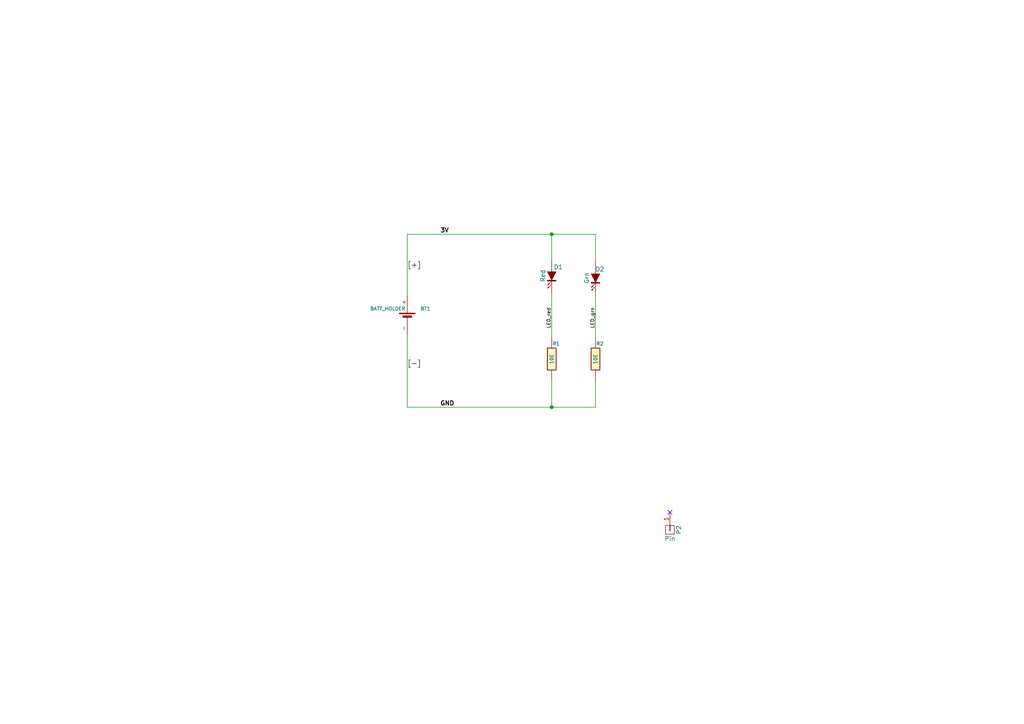
<source format=kicad_sch>
(kicad_sch (version 20230121) (generator eeschema)
  (paper "A4")
  (title_block (title "MuSo Blinky Badge") (date "2016-05-24") (rev "1") (company "Maker's Asylum") (comment 1 "Learn to Solder Badge"))
  (lib_symbols
    (symbol "LED_1" (pin_numbers hide) (pin_names (offset 1.016) hide)
      (property "Reference" "D" (at 0 2.54 0))
      (property "Value" "LED" (at 0 -2.54 0))
      (symbol "LED_1_0_1"
        (polyline (pts (xy -1.27 1.27) (xy 1.27 0) (xy -1.27 -1.27)) (fill (type outline)))
        (polyline (pts (xy 1.778 -0.254) (xy 2.667 -1.143) (xy 2.54 -0.762) (xy 2.286 -1.016) (xy 2.667 -1.143)))
        (polyline (pts (xy 2.667 -0.254) (xy 3.556 -1.143) (xy 3.429 -0.762) (xy 3.175 -1.016) (xy 3.556 -1.143)))
        (rectangle (start 1.27 1.27) (end 1.524 -1.27) (fill (type outline)))
      )
      (symbol "LED_1_1_1"
        (pin passive line (at -5.08 0 0) (length 3.81) (name "A") (number "1"))
        (pin passive line (at 5.08 0 180) (length 3.81) (name "K") (number "2"))
      )
    )
    (symbol "map4:BATT_HOLDER" (pin_numbers hide) (pin_names (offset 0))
      (property "Reference" "BT" (at 0 5.08 0))
      (property "Value" "BATT_HOLDER" (at 0 -4.826 0))
      (symbol "BATT_HOLDER_0_1"
        (rectangle (start -1.27 2.286) (end -1.016 -2.286) (fill (type outline)))
        (polyline (pts (xy -1.27 0) (xy -2.54 0)))
        (polyline (pts (xy 0 0) (xy 1.27 0)))
        (rectangle (start 0 1.27) (end -0.508 -1.27) (fill (type outline)))
      )
      (symbol "BATT_HOLDER_1_1"
        (pin passive line (at -6.35 0 0) (length 3.81) (name "+") (number "1"))
        (pin passive line (at 5.08 0 180) (length 3.81) (name "-") (number "2"))
      )
    )
    (symbol "map4:CONN_01X01" (pin_names (offset 1.016) hide)
      (property "Reference" "P" (at 0 2.54 0))
      (property "Value" "CONN_01X01" (at 2.54 0 90))
      (symbol "CONN_01X01_0_1"
        (rectangle (start -1.27 0.127) (end 0.254 -0.127))
        (rectangle (start -1.27 1.27) (end 1.27 -1.27))
      )
      (symbol "CONN_01X01_1_1"
        (pin passive line (at -5.08 0 0) (length 3.81) (name "P1") (number "1"))
      )
    )
    (symbol "map4:LED" (pin_numbers hide) (pin_names (offset 1.016) hide)
      (property "Reference" "D" (at 0 2.54 0))
      (property "Value" "LED" (at 0 -2.54 0))
      (symbol "LED_0_1"
        (polyline (pts (xy -1.27 1.27) (xy 1.27 0) (xy -1.27 -1.27)) (fill (type outline)))
        (polyline (pts (xy 1.778 -0.254) (xy 2.667 -1.143) (xy 2.54 -0.762) (xy 2.286 -1.016) (xy 2.667 -1.143)))
        (polyline (pts (xy 2.667 -0.254) (xy 3.556 -1.143) (xy 3.429 -0.762) (xy 3.175 -1.016) (xy 3.556 -1.143)))
        (rectangle (start 1.27 1.27) (end 1.524 -1.27) (fill (type outline)))
      )
      (symbol "LED_1_1"
        (pin passive line (at -5.08 0 0) (length 3.81) (name "A") (number "1"))
        (pin passive line (at 5.08 0 180) (length 3.81) (name "K") (number "2"))
      )
    )
    (symbol "map4:R" (pin_numbers hide) (pin_names (offset 0))
      (property "Reference" "R" (at 2.413 0 90))
      (property "Value" "R" (at 0.127 0 90))
      (symbol "R_0_1"
        (rectangle (start -1.27 3.175) (end 1.27 -3.175) (stroke (width 0.254)) (fill (type background)))
      )
      (symbol "R_1_1"
        (pin passive line (at 0 6.35 270) (length 3.175) (name "~") (number "1"))
        (pin passive line (at 0 -6.35 90) (length 3.175) (name "~") (number "2"))
      )
    )
  )
  (junction (at 160.02 67.945))
  (junction (at 160.02 118.11))
  (no_connect (at 194.31 148.59))
  (wire (pts (xy 160.02 67.945) (xy 172.72 67.945)))
  (wire (pts (xy 118.11 67.945) (xy 160.02 67.945)))
  (wire (pts (xy 118.11 118.11) (xy 160.02 118.11)))
  (wire (pts (xy 160.02 110.49) (xy 160.02 118.11)))
  (wire (pts (xy 160.02 67.945) (xy 160.02 74.93)))
  (wire (pts (xy 172.72 85.725) (xy 172.72 97.79)))
  (wire (pts (xy 118.11 118.11) (xy 118.11 97.155)))
  (wire (pts (xy 160.02 118.11) (xy 172.72 118.11)))
  (wire (pts (xy 172.72 110.49) (xy 172.72 118.11)))
  (wire (pts (xy 118.11 85.725) (xy 118.11 67.945)))
  (wire (pts (xy 172.72 75.565) (xy 172.72 67.945)))
  (wire (pts (xy 160.02 85.09) (xy 160.02 97.79)))
  (label "[+]" (at 118.11 78.105 0) (effects (font (size 1.524 1.524))))
  (label "[-]" (at 118.11 106.68 0) (effects (font (size 1.524 1.524))))
  (label "LED_red" (at 160.02 95.25 90) (effects (font (size 1.016 1.016))))
  (label "GND" (at 127.635 118.11 0) (effects (font (thickness 0.254) bold)))
  (label "LED_grn" (at 172.72 95.25 90) (effects (font (size 1.016 1.016))))
  (label "3V" (at 127.635 67.945 0) (effects (font (thickness 0.254) bold)))
  (symbol (lib_id "map4:LED") (at 160.02 80.01 270) (unit 1)
    (property "Reference" "D1" (at 161.925 77.47 90))
    (property "Value" "Red" (at 157.48 80.01 0))
    (property "Footprint" "map4_fp:LED-5MM" (effects hide))
  )
  (symbol (lib_name "LED_1") (lib_id "map4:LED") (at 172.72 80.645 270) (unit 1)
    (property "Reference" "D2" (at 173.99 78.105 90))
    (property "Value" "Grn" (at 170.18 80.645 0))
    (property "Footprint" "map4_fp:LED-5MM" (effects hide))
  )
  (symbol (lib_id "map4:BATT_HOLDER") (at 118.11 92.075 270) (unit 1)
    (property "Reference" "BT1" (at 121.92 89.535 90) (effects (font (size 1.016 1.016)) (justify left)))
    (property "Value" "BATT_HOLDER" (at 107.315 89.535 90) (effects (font (size 1.016 1.016)) (justify left)))
    (property "Footprint" "map4_fp:cr2032_02" (effects hide))
    (property "Field4" "HOLDER BATTERY COIN 20MM DIA THM" (effects hide))
    (property "Field5" "Coin Cell, Retainer" (effects hide))
    (property "Field6" "Coin, 20.0mm" (effects hide))
    (property "Field7" "Keystone Electronics" (effects hide))
    (property "Field8" "3003" (effects hide))
    (property "Field9" "Digikey" (effects hide))
    (property "Field10" "3003K-ND" (effects hide))
    (property "Field11" "http://www.digikey.com/scripts/DkSearch/dksus.dll?x=0&y=0&lang=en&KeyWords=3003K-ND&cur=USD" (effects hide))
  )
  (symbol (lib_id "map4:R") (at 160.02 104.14 180) (unit 1)
    (property "Reference" "R1" (at 161.29 99.695 0) (effects (font (size 1.016 1.016))))
    (property "Value" "10E" (at 160.02 104.14 90) (effects (font (size 1.016 1.016))))
    (property "Footprint" "map4_fp:r_0805" (effects hide))
    (property "manf#" "Value" (effects hide))
  )
  (symbol (lib_id "map4:R") (at 172.72 104.14 180) (unit 1)
    (property "Reference" "R2" (at 173.99 99.695 0) (effects (font (size 1.016 1.016))))
    (property "Value" "10E" (at 172.72 104.14 90) (effects (font (size 1.016 1.016))))
    (property "Footprint" "map4_fp:r_0805" (effects hide))
    (property "manf#" "Value" (effects hide))
  )
  (symbol (lib_id "map4:CONN_01X01") (at 194.31 153.67 270) (unit 1)
    (property "Reference" "P2" (at 196.85 153.67 0))
    (property "Value" "Pin" (at 194.31 156.21 90))
    (property "Footprint" "map4_fp:MTG_12x3_slot" (effects hide))
  )
)
</source>
